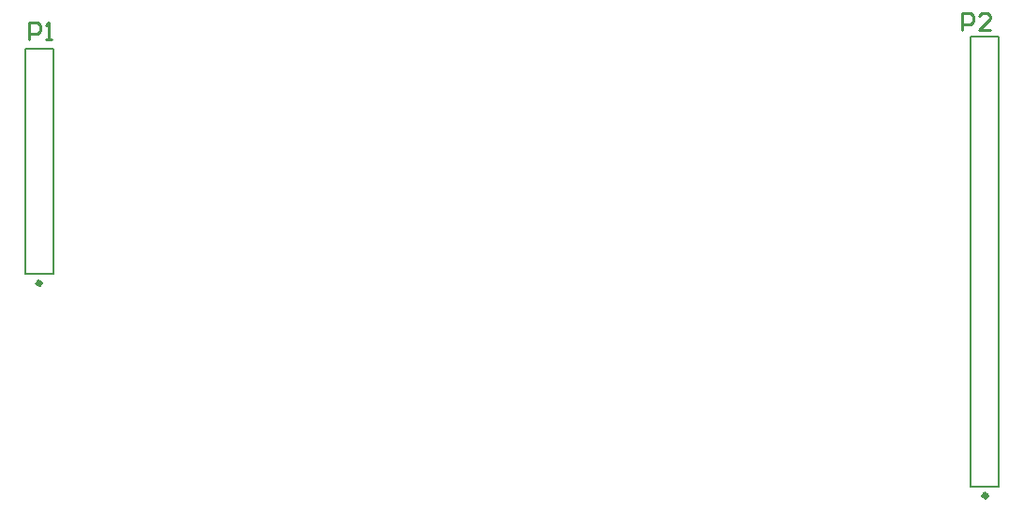
<source format=gto>
G04*
G04 #@! TF.GenerationSoftware,Altium Limited,Altium Designer,18.1.7 (191)*
G04*
G04 Layer_Color=65535*
%FSLAX25Y25*%
%MOIN*%
G70*
G01*
G75*
%ADD10C,0.01968*%
%ADD11C,0.00787*%
%ADD12C,0.01000*%
D10*
X361047Y109464D02*
G03*
X361047Y109464I-447J0D01*
G01*
X24747Y185000D02*
G03*
X24747Y185000I-447J0D01*
G01*
D11*
X355500Y272700D02*
X365500D01*
X355500Y120200D02*
Y272700D01*
Y112700D02*
Y120200D01*
Y112700D02*
X365500D01*
Y272700D01*
X19500Y188300D02*
Y268300D01*
Y188300D02*
X29500D01*
Y268300D01*
X19500D02*
X29500D01*
D12*
X352500Y274900D02*
Y280898D01*
X355499D01*
X356499Y279898D01*
Y277899D01*
X355499Y276899D01*
X352500D01*
X362497Y274900D02*
X358498D01*
X362497Y278899D01*
Y279898D01*
X361497Y280898D01*
X359498D01*
X358498Y279898D01*
X20700Y271800D02*
Y277798D01*
X23699D01*
X24699Y276798D01*
Y274799D01*
X23699Y273799D01*
X20700D01*
X26698Y271800D02*
X28697D01*
X27698D01*
Y277798D01*
X26698Y276798D01*
M02*

</source>
